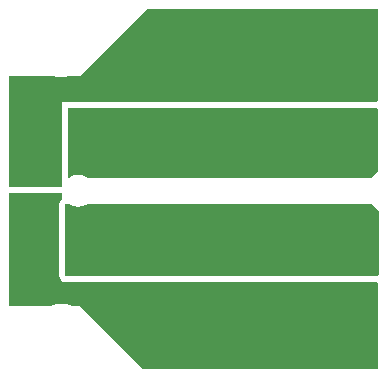
<source format=gbl>
G04 This is an RS-274x file exported by *
G04 gerbv version 2.6.1 *
G04 More information is available about gerbv at *
G04 http://gerbv.geda-project.org/ *
G04 --End of header info--*
%MOIN*%
%FSLAX34Y34*%
%IPPOS*%
G04 --Define apertures--*
%ADD10C,0.0197*%
%ADD11C,0.1874*%
%ADD12R,0.0665X0.0665*%
%ADD13C,0.0665*%
%ADD14C,0.0551*%
G04 --Start main section--*
%LPC*%
%LPD*%
G36*
G01X0012750Y0040400D02*
G01X0012720Y0040390D01*
G01X0012680Y0040320D01*
G01X0012670Y0040250D01*
G01X0012670Y0037850D01*
G01X0012680Y0037770D01*
G01X0012720Y0037700D01*
G01X0012790Y0037660D01*
G01X0012870Y0037640D01*
G01X0023270Y0037640D01*
G01X0023300Y0037600D01*
G01X0023300Y0034750D01*
G01X0015450Y0034750D01*
G01X0013350Y0036850D01*
G01X0013120Y0036850D01*
G01X0013090Y0036860D01*
G01X0012910Y0036900D01*
G01X0012740Y0036910D01*
G01X0012560Y0036900D01*
G01X0012380Y0036860D01*
G01X0012350Y0036850D01*
G01X0011000Y0036850D01*
G01X0011000Y0040600D01*
G01X0012750Y0040600D01*
G01X0012750Y0040400D01*
G37*
G36*
G01X0023320Y0040000D02*
G01X0023320Y0037900D01*
G01X0023270Y0037850D01*
G01X0012870Y0037850D01*
G01X0012870Y0040250D01*
G01X0013010Y0040250D01*
G01X0013030Y0040230D01*
G01X0013160Y0040180D01*
G01X0013290Y0040160D01*
G01X0013430Y0040180D01*
G01X0013560Y0040230D01*
G01X0013580Y0040250D01*
G01X0023070Y0040250D01*
G01X0023320Y0040000D01*
G37*
G36*
G01X0023300Y0043700D02*
G01X0023250Y0043650D01*
G01X0012750Y0043650D01*
G01X0012750Y0041000D01*
G01X0012750Y0040800D01*
G01X0011000Y0040800D01*
G01X0011000Y0044500D01*
G01X0012540Y0044500D01*
G01X0012560Y0044490D01*
G01X0012740Y0044480D01*
G01X0012910Y0044490D01*
G01X0012930Y0044500D01*
G01X0013350Y0044500D01*
G01X0015600Y0046750D01*
G01X0023300Y0046750D01*
G01X0023300Y0043700D01*
G37*
G36*
G01X0023300Y0043400D02*
G01X0023300Y0041350D01*
G01X0023050Y0041100D01*
G01X0013640Y0041100D01*
G01X0013560Y0041160D01*
G01X0013430Y0041210D01*
G01X0013290Y0041230D01*
G01X0013160Y0041210D01*
G01X0013030Y0041160D01*
G01X0012990Y0041130D01*
G01X0012950Y0041150D01*
G01X0012950Y0043440D01*
G01X0023250Y0043440D01*
G01X0023300Y0043400D01*
G37*
G54D12*
G01X0013290Y0042880D03*
G54D13*
G01X0012180Y0042330D03*
G01X0013290Y0041790D03*
G01X0012180Y0041240D03*
G01X0012180Y0040150D03*
G01X0013290Y0039600D03*
G01X0012180Y0039060D03*
G01X0013290Y0038510D03*
G54D14*
G01X0019250Y0042100D03*
G01X0019250Y0045100D03*
G01X0019200Y0036250D03*
G01X0019200Y0039250D03*
M02*

</source>
